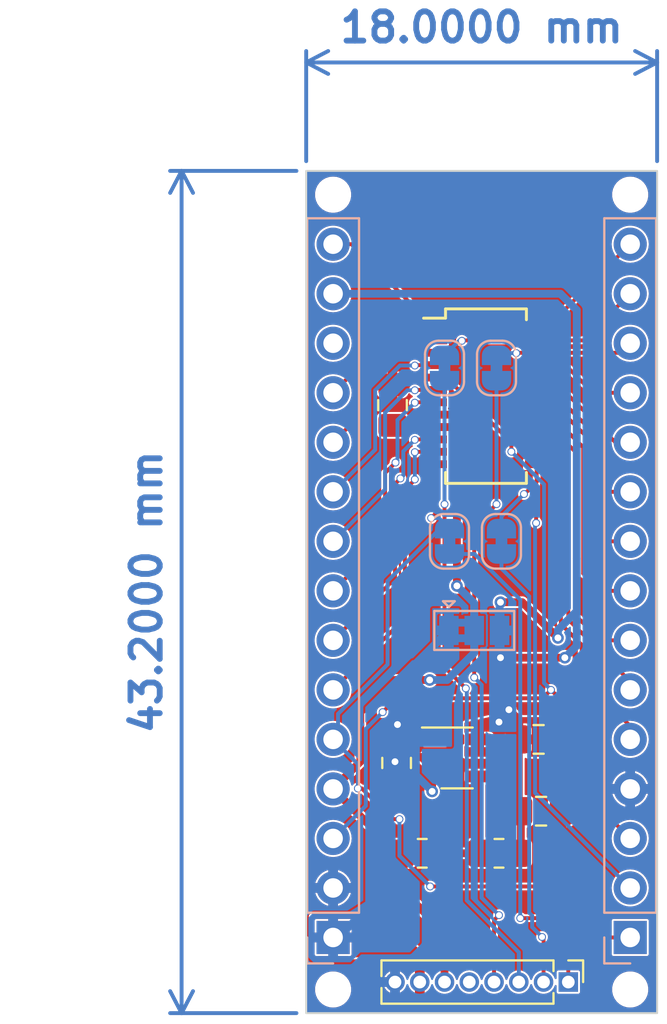
<source format=kicad_pcb>
(kicad_pcb (version 20221018) (generator pcbnew)
  (layers (0 "F.Cu" signal) (31 "B.Cu" signal) (34 "B.Paste" user) (35 "F.Paste" user) (36 "B.SilkS" user "B.Silkscreen") (37 "F.SilkS" user "F.Silkscreen") (38 "B.Mask" user) (39 "F.Mask" user) (44 "Edge.Cuts" user))
  (net 0 "")
  (net 1 "/MCU_V_{IN}")
  (net 2 "GND")
  (net 3 "/V_{IN}")
  (net 4 "Net-(U301-ADJ)")
  (net 5 "/CMS32L032GE24SS/MCU_PIN_1")
  (net 6 "/CMS32L032GE24SS/MCU_PIN_2")
  (net 7 "/CMS32L032GE24SS/MCU_PIN_3")
  (net 8 "/CMS32L032GE24SS/MCU_PIN_4")
  (net 9 "/CMS32L032GE24SS/MCU_PIN_6")
  (net 10 "/CMS32L032GE24SS/MCU_PIN_7")
  (net 11 "/CMS32L032GE24SS/MCU_PIN_10")
  (net 12 "/CMS32L032GE24SS/MCU_PIN_11")
  (net 13 "/CMS32L032GE24SS/MCU_PIN_14")
  (net 14 "/CMS32L032GE24SS/MCU_PIN_15")
  (net 15 "/CMS32L032GE24SS/MCU_PIN_16")
  (net 16 "/CMS32L032GE24SS/MCU_PIN_17")
  (net 17 "/CMS32L032GE24SS/MCU_PIN_18")
  (net 18 "/CMS32L032GE24SS/MCU_PIN_19")
  (net 19 "/CMS32L032GE24SS/MCU_PIN_20")
  (net 20 "/CMS32L032GE24SS/MCU_PIN_21")
  (net 21 "/CMS32L032GE24SS/MCU_PIN_22")
  (net 22 "/CMS32L032GE24SS/MCU_PIN_23")
  (net 23 "/CMS32L032GE24SS/MCU_PIN_24")
  (net 24 "/Regulator_V_{OUT}")
  (net 25 "/MCU_SWDCLK")
  (net 26 "/MCU_SWDIO")
  (net 27 "/UART_TX")
  (net 28 "/UART_RX")
  (net 29 "/MCU_SWO")
  (net 30 "/CMS32L032GE24SS/MCU_PIN_RESET")
  (net 31 "/CMS32L032GE24SS/MCU_PIN_13_UART_RX")
  (net 32 "/CMS32L032GE24SS/MCU_PIN_12_UART_TX")
  (footprint "Connector_PinHeader_1.27mm:PinHeader_1x08_P1.27mm_Vertical" (layer "F.Cu") (at 103.759 90.297 -90)
    (fp_text reference "J105" hide)
    (fp_text value "Connection to DAPLink Board" hide)
    (pad "1" thru_hole rect (at 0 0 270) (size 1 1) (drill 0.65) (layers "*.Cu" "*.Mask") (net 27 "/UART_TX"))
    (pad "2" thru_hole oval (at 0 1.27 270) (size 1 1) (drill 0.65) (layers "*.Cu" "*.Mask") (net 28 "/UART_RX"))
    (pad "3" thru_hole oval (at 0 2.54 270) (size 1 1) (drill 0.65) (layers "*.Cu" "*.Mask") (net 25 "/MCU_SWDCLK"))
    (pad "4" thru_hole oval (at 0 3.81 270) (size 1 1) (drill 0.65) (layers "*.Cu" "*.Mask") (net 26 "/MCU_SWDIO"))
    (pad "5" thru_hole oval (at 0 5.08 270) (size 1 1) (drill 0.65) (layers "*.Cu" "*.Mask") (net 29 "/MCU_SWO"))
    (pad "6" thru_hole oval (at 0 6.35 270) (size 1 1) (drill 0.65) (layers "*.Cu" "*.Mask") (net 1 "/MCU_V_{IN}"))
    (pad "7" thru_hole oval (at 0 7.62 270) (size 1 1) (drill 0.65) (layers "*.Cu" "*.Mask") (net 3 "/V_{IN}"))
    (pad "8" thru_hole oval (at 0 8.89 270) (size 1 1) (drill 0.65) (layers "*.Cu" "*.Mask") (net 2 "GND"))
  )
  (footprint "Capacitor_SMD:C_0805_2012Metric_Pad1.18x1.45mm_HandSolder" (layer "F.Cu") (at 102.362 81.534)
    (fp_text reference "C303" hide)
    (fp_text value "390pF" hide)
    (pad "1" smd roundrect (at -1.0375 0) (size 1.175 1.45) (layers "F.Cu" "F.Paste" "F.Mask") (roundrect_rratio 0.2127659574) (net 24 "/Regulator_V_{OUT}"))
    (pad "2" smd roundrect (at 1.0375 0) (size 1.175 1.45) (layers "F.Cu" "F.Paste" "F.Mask") (roundrect_rratio 0.2127659574) (net 2 "GND"))
  )
  (footprint "IotPi_ArduinoNanoMountingHoles:ArduinoNano_MountingHole" (layer "F.Cu") (at 106.934 49.911)
    (fp_text reference "H102" hide)
    (fp_text value "MountingHole" hide)
    (pad "" np_thru_hole circle locked (at 0 0) (size 1.651 1.651) (drill 1.651) (layers "F&B.Cu" "*.Mask"))
  )
  (footprint "Resistor_SMD:R_0805_2012Metric_Pad1.20x1.40mm_HandSolder" (layer "F.Cu") (at 100.203 83.693)
    (fp_text reference "R301" hide)
    (fp_text value "56K2" hide)
    (pad "1" smd roundrect (at -1 0) (size 1.2 1.4) (layers "F.Cu" "F.Paste" "F.Mask") (roundrect_rratio 0.2083333333) (net 4 "Net-(U301-ADJ)"))
    (pad "2" smd roundrect (at 1 0) (size 1.2 1.4) (layers "F.Cu" "F.Paste" "F.Mask") (roundrect_rratio 0.2083333333) (net 24 "/Regulator_V_{OUT}"))
  )
  (footprint "Resistor_SMD:R_0805_2012Metric_Pad1.20x1.40mm_HandSolder" (layer "F.Cu") (at 96.266 83.693 180)
    (fp_text reference "R302" hide)
    (fp_text value "18K" hide)
    (pad "1" smd roundrect (at -1 0 180) (size 1.2 1.4) (layers "F.Cu" "F.Paste" "F.Mask") (roundrect_rratio 0.2083333333) (net 4 "Net-(U301-ADJ)"))
    (pad "2" smd roundrect (at 1 0 180) (size 1.2 1.4) (layers "F.Cu" "F.Paste" "F.Mask") (roundrect_rratio 0.2083333333) (net 2 "GND"))
  )
  (footprint "Package_SO:SSOP-24_3.9x8.7mm_P0.635mm" (layer "F.Cu") (at 99.535 60.2435)
    (fp_text reference "U101" hide)
    (fp_text value "CMS32L032GE24SS" hide)
    (pad "1" smd rect (at -2.6 -3.4925) (size 1.2 0.4) (layers "F.Cu" "F.Paste" "F.Mask") (net 5 "/CMS32L032GE24SS/MCU_PIN_1"))
    (pad "2" smd rect (at -2.6 -2.8575) (size 1.2 0.4) (layers "F.Cu" "F.Paste" "F.Mask") (net 6 "/CMS32L032GE24SS/MCU_PIN_2"))
    (pad "3" smd rect (at -2.6 -2.2225) (size 1.2 0.4) (layers "F.Cu" "F.Paste" "F.Mask") (net 7 "/CMS32L032GE24SS/MCU_PIN_3"))
    (pad "4" smd rect (at -2.6 -1.5875) (size 1.2 0.4) (layers "F.Cu" "F.Paste" "F.Mask") (net 8 "/CMS32L032GE24SS/MCU_PIN_4"))
    (pad "5" smd rect (at -2.6 -0.9525) (size 1.2 0.4) (layers "F.Cu" "F.Paste" "F.Mask") (net 30 "/CMS32L032GE24SS/MCU_PIN_RESET"))
    (pad "6" smd rect (at -2.6 -0.3175) (size 1.2 0.4) (layers "F.Cu" "F.Paste" "F.Mask") (net 9 "/CMS32L032GE24SS/MCU_PIN_6"))
    (pad "7" smd rect (at -2.6 0.3175) (size 1.2 0.4) (layers "F.Cu" "F.Paste" "F.Mask") (net 10 "/CMS32L032GE24SS/MCU_PIN_7"))
    (pad "8" smd rect (at -2.6 0.9525) (size 1.2 0.4) (layers "F.Cu" "F.Paste" "F.Mask") (net 2 "GND"))
    (pad "9" smd rect (at -2.6 1.5875) (size 1.2 0.4) (layers "F.Cu" "F.Paste" "F.Mask") (net 1 "/MCU_V_{IN}"))
    (pad "10" smd rect (at -2.6 2.2225) (size 1.2 0.4) (layers "F.Cu" "F.Paste" "F.Mask") (net 11 "/CMS32L032GE24SS/MCU_PIN_10"))
    (pad "11" smd rect (at -2.6 2.8575) (size 1.2 0.4) (layers "F.Cu" "F.Paste" "F.Mask") (net 12 "/CMS32L032GE24SS/MCU_PIN_11"))
    (pad "12" smd rect (at -2.6 3.4925) (size 1.2 0.4) (layers "F.Cu" "F.Paste" "F.Mask") (net 32 "/CMS32L032GE24SS/MCU_PIN_12_UART_TX"))
    (pad "13" smd rect (at 2.6 3.4925) (size 1.2 0.4) (layers "F.Cu" "F.Paste" "F.Mask") (net 31 "/CMS32L032GE24SS/MCU_PIN_13_UART_RX"))
    (pad "14" smd rect (at 2.6 2.8575) (size 1.2 0.4) (layers "F.Cu" "F.Paste" "F.Mask") (net 13 "/CMS32L032GE24SS/MCU_PIN_14"))
    (pad "15" smd rect (at 2.6 2.2225) (size 1.2 0.4) (layers "F.Cu" "F.Paste" "F.Mask") (net 14 "/CMS32L032GE24SS/MCU_PIN_15"))
    (pad "16" smd rect (at 2.6 1.5875) (size 1.2 0.4) (layers "F.Cu" "F.Paste" "F.Mask") (net 15 "/CMS32L032GE24SS/MCU_PIN_16"))
    (pad "17" smd rect (at 2.6 0.9525) (size 1.2 0.4) (layers "F.Cu" "F.Paste" "F.Mask") (net 16 "/CMS32L032GE24SS/MCU_PIN_17"))
    (pad "18" smd rect (at 2.6 0.3175) (size 1.2 0.4) (layers "F.Cu" "F.Paste" "F.Mask") (net 17 "/CMS32L032GE24SS/MCU_PIN_18"))
    (pad "19" smd rect (at 2.6 -0.3175) (size 1.2 0.4) (layers "F.Cu" "F.Paste" "F.Mask") (net 18 "/CMS32L032GE24SS/MCU_PIN_19"))
    (pad "20" smd rect (at 2.6 -0.9525) (size 1.2 0.4) (layers "F.Cu" "F.Paste" "F.Mask") (net 19 "/CMS32L032GE24SS/MCU_PIN_20"))
    (pad "21" smd rect (at 2.6 -1.5875) (size 1.2 0.4) (layers "F.Cu" "F.Paste" "F.Mask") (net 20 "/CMS32L032GE24SS/MCU_PIN_21"))
    (pad "22" smd rect (at 2.6 -2.2225) (size 1.2 0.4) (layers "F.Cu" "F.Paste" "F.Mask") (net 21 "/CMS32L032GE24SS/MCU_PIN_22"))
    (pad "23" smd rect (at 2.6 -2.8575) (size 1.2 0.4) (layers "F.Cu" "F.Paste" "F.Mask") (net 22 "/CMS32L032GE24SS/MCU_PIN_23"))
    (pad "24" smd rect (at 2.6 -3.4925) (size 1.2 0.4) (layers "F.Cu" "F.Paste" "F.Mask") (net 23 "/CMS32L032GE24SS/MCU_PIN_24"))
  )
  (footprint "Capacitor_SMD:C_0805_2012Metric_Pad1.18x1.45mm_HandSolder" (layer "F.Cu") (at 94.742 60.706 90)
    (fp_text reference "C101" hide)
    (fp_text value "0.1uF" hide)
    (pad "1" smd roundrect (at -1.0375 0 90) (size 1.175 1.45) (layers "F.Cu" "F.Paste" "F.Mask") (roundrect_rratio 0.2127659574) (net 1 "/MCU_V_{IN}"))
    (pad "2" smd roundrect (at 1.0375 0 90) (size 1.175 1.45) (layers "F.Cu" "F.Paste" "F.Mask") (roundrect_rratio 0.2127659574) (net 2 "GND"))
  )
  (footprint "IotPi_ArduinoNanoMountingHoles:ArduinoNano_MountingHole" (layer "F.Cu") (at 91.694 49.911)
    (fp_text reference "H101" hide)
    (fp_text value "MountingHole" hide)
    (pad "" np_thru_hole circle locked (at 0 0) (size 1.651 1.651) (drill 1.651) (layers "F&B.Cu" "*.Mask"))
  )
  (footprint "IotPi_ArduinoNanoMountingHoles:ArduinoNano_MountingHole" (layer "F.Cu") (at 91.694 90.678)
    (fp_text reference "H103" hide)
    (fp_text value "MountingHole" hide)
    (pad "" np_thru_hole circle locked (at 0 0) (size 1.651 1.651) (drill 1.651) (layers "F&B.Cu" "*.Mask"))
  )
  (footprint "IotPi_ArduinoNanoMountingHoles:ArduinoNano_MountingHole" (layer "F.Cu") (at 106.934 90.678)
    (fp_text reference "H104" hide)
    (fp_text value "MountingHole" hide)
    (pad "" np_thru_hole circle locked (at 0 0) (size 1.651 1.651) (drill 1.651) (layers "F&B.Cu" "*.Mask"))
  )
  (footprint "Package_TO_SOT_SMD:SOT-23-5" (layer "F.Cu") (at 98.0535 78.802)
    (fp_text reference "U301" hide)
    (fp_text value "AP2127K-ADJ" hide)
    (pad "1" smd roundrect (at -1.1375 -0.95) (size 1.325 0.6) (layers "F.Cu" "F.Paste" "F.Mask") (net 3 "/V_{IN}"))
    (pad "2" smd roundrect (at -1.1375 0) (size 1.325 0.6) (layers "F.Cu" "F.Paste" "F.Mask") (net 2 "GND"))
    (pad "3" smd roundrect (at -1.1375 0.95) (size 1.325 0.6) (layers "F.Cu" "F.Paste" "F.Mask") (net 3 "/V_{IN}"))
    (pad "4" smd roundrect (at 1.1375 0.95) (size 1.325 0.6) (layers "F.Cu" "F.Paste" "F.Mask") (net 4 "Net-(U301-ADJ)"))
    (pad "5" smd roundrect (at 1.1375 -0.95) (size 1.325 0.6) (layers "F.Cu" "F.Paste" "F.Mask") (net 24 "/Regulator_V_{OUT}"))
  )
  (footprint "Capacitor_SMD:C_0805_2012Metric_Pad1.18x1.45mm_HandSolder" (layer "F.Cu") (at 94.951 79.059 -90)
    (fp_text reference "C301" hide)
    (fp_text value "1uF" hide)
    (pad "1" smd roundrect (at -1.0375 0 270) (size 1.175 1.45) (layers "F.Cu" "F.Paste" "F.Mask") (roundrect_rratio 0.2127659574) (net 3 "/V_{IN}"))
    (pad "2" smd roundrect (at 1.0375 0 270) (size 1.175 1.45) (layers "F.Cu" "F.Paste" "F.Mask") (roundrect_rratio 0.2127659574) (net 2 "GND"))
  )
  (footprint "Capacitor_SMD:C_0805_2012Metric_Pad1.18x1.45mm_HandSolder" (layer "F.Cu") (at 102.235 77.851)
    (fp_text reference "C302" hide)
    (fp_text value "1uF X5R or X7R MLCC" hide)
    (pad "1" smd roundrect (at -1.0375 0) (size 1.175 1.45) (layers "F.Cu" "F.Paste" "F.Mask") (roundrect_rratio 0.2127659574) (net 24 "/Regulator_V_{OUT}"))
    (pad "2" smd roundrect (at 1.0375 0) (size 1.175 1.45) (layers "F.Cu" "F.Paste" "F.Mask") (roundrect_rratio 0.2127659574) (net 2 "GND"))
  )
  (footprint "Jumper:SolderJumper-2_P1.3mm_Bridged_RoundedPad1.0x1.5mm" (layer "B.Cu") (at 100.33 67.691 -90)
    (fp_text reference "JP205" hide)
    (fp_text value "MCU UART RX Jumper" hide)
    (fp_poly (pts (xy 0.25 0.3) (xy -0.25 0.3) (xy -0.25 -0.3) (xy 0.25 -0.3)) (fill solid) (layer "B.Cu"))
    (pad "1" smd custom (at -0.65 0 270) (size 1 0.5) (layers "B.Cu" "B.Mask") (net 31 "/CMS32L032GE24SS/MCU_PIN_13_UART_RX") (options (clearance outline) (anchor rect)) (primitives (gr_circle (center 0 -0.25) (end 0.5 -0.25) (width 0) (fill yes)) (gr_circle (center 0 0.25) (end 0.5 0.25) (width 0) (fill yes)) (gr_poly (pts (xy 0.5 -0.75) (xy 0 -0.75) (xy 0 0.75) (xy 0.5 0.75)) (width 0) (fill yes))))
    (pad "2" smd custom (at 0.65 0 270) (size 1 0.5) (layers "B.Cu" "B.Mask") (net 28 "/UART_RX") (options (clearance outline) (anchor rect)) (primitives (gr_circle (center 0 -0.25) (end 0.5 -0.25) (width 0) (fill yes)) (gr_circle (center 0 0.25) (end 0.5 0.25) (width 0) (fill yes)) (gr_poly (pts (xy 0 -0.75) (xy -0.5 -0.75) (xy -0.5 0.75) (xy 0 0.75)) (width 0) (fill yes))))
  )
  (footprint "Connector_PinHeader_2.54mm:PinHeader_1x15_P2.54mm_Vertical" (layer "B.Cu") (at 106.934 88.011)
    (fp_text reference "J101" hide)
    (fp_text value "MCU Right Side" hide)
    (pad "1" thru_hole rect locked (at 0 0) (size 1.7 1.7) (drill 1) (layers "*.Cu" "*.Mask") (net 32 "/CMS32L032GE24SS/MCU_PIN_12_UART_TX"))
    (pad "2" thru_hole oval locked (at 0 -2.54) (size 1.7 1.7) (drill 1) (layers "*.Cu" "*.Mask") (net 31 "/CMS32L032GE24SS/MCU_PIN_13_UART_RX"))
    (pad "3" thru_hole oval locked (at 0 -5.08) (size 1.7 1.7) (drill 1) (layers "*.Cu" "*.Mask") (net 30 "/CMS32L032GE24SS/MCU_PIN_RESET"))
    (pad "4" thru_hole oval locked (at 0 -7.62) (size 1.7 1.7) (drill 1) (layers "*.Cu" "*.Mask") (net 2 "GND"))
    (pad "5" thru_hole oval locked (at 0 -10.16) (size 1.7 1.7) (drill 1) (layers "*.Cu" "*.Mask") (net 13 "/CMS32L032GE24SS/MCU_PIN_14"))
    (pad "6" thru_hole oval locked (at 0 -12.7) (size 1.7 1.7) (drill 1) (layers "*.Cu" "*.Mask") (net 14 "/CMS32L032GE24SS/MCU_PIN_15"))
    (pad "7" thru_hole oval locked (at 0 -15.24) (size 1.7 1.7) (drill 1) (layers "*.Cu" "*.Mask") (net 15 "/CMS32L032GE24SS/MCU_PIN_16"))
    (pad "8" thru_hole oval locked (at 0 -17.78) (size 1.7 1.7) (drill 1) (layers "*.Cu" "*.Mask") (net 16 "/CMS32L032GE24SS/MCU_PIN_17"))
    (pad "9" thru_hole oval locked (at 0 -20.32) (size 1.7 1.7) (drill 1) (layers "*.Cu" "*.Mask") (net 17 "/CMS32L032GE24SS/MCU_PIN_18"))
    (pad "10" thru_hole oval locked (at 0 -22.86) (size 1.7 1.7) (drill 1) (layers "*.Cu" "*.Mask") (net 18 "/CMS32L032GE24SS/MCU_PIN_19"))
    (pad "11" thru_hole oval locked (at 0 -25.4) (size 1.7 1.7) (drill 1) (layers "*.Cu" "*.Mask") (net 19 "/CMS32L032GE24SS/MCU_PIN_20"))
    (pad "12" thru_hole oval locked (at 0 -27.94) (size 1.7 1.7) (drill 1) (layers "*.Cu" "*.Mask") (net 20 "/CMS32L032GE24SS/MCU_PIN_21"))
    (pad "13" thru_hole oval locked (at 0 -30.48) (size 1.7 1.7) (drill 1) (layers "*.Cu" "*.Mask") (net 21 "/CMS32L032GE24SS/MCU_PIN_22"))
    (pad "14" thru_hole oval locked (at 0 -33.02) (size 1.7 1.7) (drill 1) (layers "*.Cu" "*.Mask") (net 22 "/CMS32L032GE24SS/MCU_PIN_23"))
    (pad "15" thru_hole oval locked (at 0 -35.56) (size 1.7 1.7) (drill 1) (layers "*.Cu" "*.Mask") (net 23 "/CMS32L032GE24SS/MCU_PIN_24"))
  )
  (footprint "Jumper:SolderJumper-2_P1.3mm_Bridged_RoundedPad1.0x1.5mm" (layer "B.Cu") (at 100.076 58.801 -90)
    (fp_text reference "JP202" hide)
    (fp_text value "SWDIO Jumper" hide)
    (fp_poly (pts (xy 0.25 0.3) (xy -0.25 0.3) (xy -0.25 -0.3) (xy 0.25 -0.3)) (fill solid) (layer "B.Cu"))
    (pad "1" smd custom (at -0.65 0 270) (size 1 0.5) (layers "B.Cu" "B.Mask") (net 21 "/CMS32L032GE24SS/MCU_PIN_22") (options (clearance outline) (anchor rect)) (primitives (gr_circle (center 0 -0.25) (end 0.5 -0.25) (width 0) (fill yes)) (gr_circle (center 0 0.25) (end 0.5 0.25) (width 0) (fill yes)) (gr_poly (pts (xy 0.5 -0.75) (xy 0 -0.75) (xy 0 0.75) (xy 0.5 0.75)) (width 0) (fill yes))))
    (pad "2" smd custom (at 0.65 0 270) (size 1 0.5) (layers "B.Cu" "B.Mask") (net 26 "/MCU_SWDIO") (options (clearance outline) (anchor rect)) (primitives (gr_circle (center 0 -0.25) (end 0.5 -0.25) (width 0) (fill yes)) (gr_circle (center 0 0.25) (end 0.5 0.25) (width 0) (fill yes)) (gr_poly (pts (xy 0 -0.75) (xy -0.5 -0.75) (xy -0.5 0.75) (xy 0 0.75)) (width 0) (fill yes))))
  )
  (footprint "Connector_PinHeader_2.54mm:PinHeader_1x15_P2.54mm_Vertical" (layer "B.Cu") (at 91.694 88.011)
    (fp_text reference "J102" hide)
    (fp_text value "MCU Left Side" hide)
    (pad "1" thru_hole rect locked (at 0 0) (size 1.7 1.7) (drill 1) (layers "*.Cu" "*.Mask") (net 3 "/V_{IN}"))
    (pad "2" thru_hole oval locked (at 0 -2.54) (size 1.7 1.7) (drill 1) (layers "*.Cu" "*.Mask") (net 2 "GND"))
    (pad "3" thru_hole oval locked (at 0 -5.08) (size 1.7 1.7) (drill 1) (layers "*.Cu" "*.Mask") (net 30 "/CMS32L032GE24SS/MCU_PIN_RESET"))
    (pad "4" thru_hole oval locked (at 0 -7.62) (size 1.7 1.7) (drill 1) (layers "*.Cu" "*.Mask") (net 1 "/MCU_V_{IN}"))
    (pad "5" thru_hole oval locked (at 0 -10.16) (size 1.7 1.7) (drill 1) (layers "*.Cu" "*.Mask") (net 32 "/CMS32L032GE24SS/MCU_PIN_12_UART_TX"))
    (pad "6" thru_hole oval locked (at 0 -12.7) (size 1.7 1.7) (drill 1) (layers "*.Cu" "*.Mask") (net 12 "/CMS32L032GE24SS/MCU_PIN_11"))
    (pad "7" thru_hole oval locked (at 0 -15.24) (size 1.7 1.7) (drill 1) (layers "*.Cu" "*.Mask") (net 11 "/CMS32L032GE24SS/MCU_PIN_10"))
    (pad "8" thru_hole oval locked (at 0 -17.78) (size 1.7 1.7) (drill 1) (layers "*.Cu" "*.Mask") (net 10 "/CMS32L032GE24SS/MCU_PIN_7"))
    (pad "9" thru_hole oval locked (at 0 -20.32) (size 1.7 1.7) (drill 1) (layers "*.Cu" "*.Mask") (net 9 "/CMS32L032GE24SS/MCU_PIN_6"))
    (pad "10" thru_hole oval locked (at 0 -22.86) (size 1.7 1.7) (drill 1) (layers "*.Cu" "*.Mask") (net 8 "/CMS32L032GE24SS/MCU_PIN_4"))
    (pad "11" thru_hole oval locked (at 0 -25.4) (size 1.7 1.7) (drill 1) (layers "*.Cu" "*.Mask") (net 7 "/CMS32L032GE24SS/MCU_PIN_3"))
    (pad "12" thru_hole oval locked (at 0 -27.94) (size 1.7 1.7) (drill 1) (layers "*.Cu" "*.Mask") (net 6 "/CMS32L032GE24SS/MCU_PIN_2"))
    (pad "13" thru_hole oval locked (at 0 -30.48) (size 1.7 1.7) (drill 1) (layers "*.Cu" "*.Mask"))
    (pad "14" thru_hole oval locked (at 0 -33.02) (size 1.7 1.7) (drill 1) (layers "*.Cu" "*.Mask") (net 24 "/Regulator_V_{OUT}"))
    (pad "15" thru_hole oval locked (at 0 -35.56) (size 1.7 1.7) (drill 1) (layers "*.Cu" "*.Mask") (net 5 "/CMS32L032GE24SS/MCU_PIN_1"))
  )
  (footprint "Jumper:SolderJumper-2_P1.3mm_Bridged_RoundedPad1.0x1.5mm" (layer "B.Cu") (at 97.663 67.691 -90)
    (fp_text reference "JP204" hide)
    (fp_text value "MCU UART TX Jumper" hide)
    (fp_poly (pts (xy 0.25 0.3) (xy -0.25 0.3) (xy -0.25 -0.3) (xy 0.25 -0.3)) (fill solid) (layer "B.Cu"))
    (pad "1" smd custom (at -0.65 0 270) (size 1 0.5) (layers "B.Cu" "B.Mask") (net 32 "/CMS32L032GE24SS/MCU_PIN_12_UART_TX") (options (clearance outline) (anchor rect)) (primitives (gr_circle (center 0 -0.25) (end 0.5 -0.25) (width 0) (fill yes)) (gr_circle (center 0 0.25) (end 0.5 0.25) (width 0) (fill yes)) (gr_poly (pts (xy 0.5 -0.75) (xy 0 -0.75) (xy 0 0.75) (xy 0.5 0.75)) (width 0) (fill yes))))
    (pad "2" smd custom (at 0.65 0 270) (size 1 0.5) (layers "B.Cu" "B.Mask") (net 27 "/UART_TX") (options (clearance outline) (anchor rect)) (primitives (gr_circle (center 0 -0.25) (end 0.5 -0.25) (width 0) (fill yes)) (gr_circle (center 0 0.25) (end 0.5 0.25) (width 0) (fill yes)) (gr_poly (pts (xy 0 -0.75) (xy -0.5 -0.75) (xy -0.5 0.75) (xy 0 0.75)) (width 0) (fill yes))))
  )
  (footprint "Jumper:SolderJumper-3_P1.3mm_Bridged2Bar12_Pad1.0x1.5mm" (layer "B.Cu") (at 98.933 72.263)
    (fp_text reference "JP101" hide)
    (fp_text value "V_{IN} Jumper" hide)
    (fp_poly (pts (xy -0.9 -0.2) (xy -0.4 -0.2) (xy -0.4 -0.6) (xy -0.9 -0.6)) (fill solid) (layer "B.Cu"))
    (fp_poly (pts (xy -0.9 0.6) (xy -0.4 0.6) (xy -0.4 0.2) (xy -0.9 0.2)) (fill solid) (layer "B.Cu"))
    (pad "1" smd rect (at -1.3 0) (size 1 1.5) (layers "B.Cu" "B.Mask") (net 3 "/V_{IN}"))
    (pad "2" smd rect (at 0 0) (size 1 1.5) (layers "B.Cu" "B.Mask") (net 1 "/MCU_V_{IN}"))
    (pad "3" smd rect (at 1.3 0) (size 1 1.5) (layers "B.Cu" "B.Mask") (net 24 "/Regulator_V_{OUT}"))
  )
  (footprint "Jumper:SolderJumper-2_P1.3mm_Bridged_RoundedPad1.0x1.5mm" (layer "B.Cu") (at 97.409 58.801 -90)
    (fp_text reference "JP201" hide)
    (fp_text value "SWDCLK Jumper" hide)
    (fp_poly (pts (xy 0.25 0.3) (xy -0.25 0.3) (xy -0.25 -0.3) (xy 0.25 -0.3)) (fill solid) (layer "B.Cu"))
    (pad "1" smd custom (at -0.65 0 270) (size 1 0.5) (layers "B.Cu" "B.Mask") (net 22 "/CMS32L032GE24SS/MCU_PIN_23") (options (clearance outline) (anchor rect)) (primitives (gr_circle (center 0 -0.25) (end 0.5 -0.25) (width 0) (fill yes)) (gr_circle (center 0 0.25) (end 0.5 0.25) (width 0) (fill yes)) (gr_poly (pts (xy 0.5 -0.75) (xy 0 -0.75) (xy 0 0.75) (xy 0.5 0.75)) (width 0) (fill yes))))
    (pad "2" smd custom (at 0.65 0 270) (size 1 0.5) (layers "B.Cu" "B.Mask") (net 25 "/MCU_SWDCLK") (options (clearance outline) (anchor rect)) (primitives (gr_circle (center 0 -0.25) (end 0.5 -0.25) (width 0) (fill yes)) (gr_circle (center 0 0.25) (end 0.5 0.25) (width 0) (fill yes)) (gr_poly (pts (xy 0 -0.75) (xy -0.5 -0.75) (xy -0.5 0.75) (xy 0 0.75)) (width 0) (fill yes))))
  )
  (gr_rect locked (start 90.314 48.691) (end 108.314 91.891) (stroke (width 0.1)) (fill none) (layer "Edge.Cuts"))
  (dimension (type aligned) (layer "B.Cu") (pts (xy 90.314 91.891) (xy 90.314 48.691)) (height -6.3924) (gr_text "43.2000 mm" (at 82.1216 70.291 90) (layer "B.Cu") (effects (font (size 1.5 1.5) (thickness 0.3)))) (format (prefix "") (suffix "") (units 3) (units_format 1) (precision 4)) (style (thickness 0.2) (arrow_length 1.27) (text_position_mode 0) (extension_height 0.58642) (extension_offset 0.5) keep_text_aligned))
  (dimension (type aligned) (layer "B.Cu") (pts (xy 90.314 48.691) (xy 108.314 48.691)) (height -5.5618) (gr_text "18.0000 mm" (at 99.314 41.3292) (layer "B.Cu") (effects (font (size 1.5 1.5) (thickness 0.3)))) (format (prefix "") (suffix "") (units 3) (units_format 1) (precision 4)) (style (thickness 0.2) (arrow_length 1.27) (text_position_mode 0) (extension_height 0.58642) (extension_offset 0.5) keep_text_aligned))
  (segment (start 94.8295 61.831) (end 94.742 61.7435) (width 0.4) (layer "F.Cu") (net 1))
  (segment (start 96.935 61.831) (end 94.8295 61.831) (width 0.4) (layer "F.Cu") (net 1))
  (segment (start 91.694 80.391) (end 93.853 82.55) (width 0.4) (layer "F.Cu") (net 1))
  (segment (start 98.044 62.067) (end 97.808 61.831) (width 0.4) (layer "F.Cu") (net 1))
  (segment (start 98.044 69.977) (end 98.044 62.067) (width 0.4) (layer "F.Cu") (net 1))
  (segment (start 93.091 78.994) (end 91.694 80.391) (width 0.4) (layer "F.Cu") (net 1))
  (segment (start 96.647 74.803) (end 94.742 74.803) (width 0.4) (layer "F.Cu") (net 1))
  (segment (start 97.409 87.757) (end 97.409 90.297) (width 0.4) (layer "F.Cu") (net 1))
  (segment (start 93.091 76.454) (end 93.091 78.994) (width 0.4) (layer "F.Cu") (net 1))
  (segment (start 97.808 61.831) (end 96.935 61.831) (width 0.4) (layer "F.Cu") (net 1))
  (segment (start 93.853 82.55) (end 93.853 84.201) (width 0.4) (layer "F.Cu") (net 1))
  (segment (start 93.853 84.201) (end 97.409 87.757) (width 0.4) (layer "F.Cu") (net 1))
  (segment (start 94.742 74.803) (end 93.091 76.454) (width 0.4) (layer "F.Cu") (net 1))
  (via (at 98.044 69.977) (size 0.6) (drill 0.35) (layers "F.Cu" "B.Cu") (net 1))
  (via (at 96.647 74.803) (size 0.6) (drill 0.35) (layers "F.Cu" "B.Cu") (net 1))
  (segment (start 98.933 70.866) (end 98.933 72.263) (width 0.4) (layer "B.Cu") (net 1))
  (segment (start 98.933 72.263) (end 98.933 73.413) (width 0.4) (layer "B.Cu") (net 1))
  (segment (start 97.543 74.803) (end 96.647 74.803) (width 0.4) (layer "B.Cu") (net 1))
  (segment (start 98.933 73.413) (end 97.543 74.803) (width 0.4) (layer "B.Cu") (net 1))
  (segment (start 98.044 69.977) (end 98.933 70.866) (width 0.4) (layer "B.Cu") (net 1))
  (segment (start 96.916 79.752) (end 96.516 79.752) (width 0.4) (layer "F.Cu") (net 3))
  (segment (start 95.1205 77.852) (end 94.951 78.0215) (width 0.4) (layer "F.Cu") (net 3))
  (segment (start 96.774 79.894) (end 96.916 79.752) (width 0.4) (layer "F.Cu") (net 3))
  (segment (start 91.694 88.011) (end 95.123 88.011) (width 0.4) (layer "F.Cu") (net 3))
  (segment (start 94.951 78.187) (end 94.951 78.0215) (width 0.4) (layer "F.Cu") (net 3))
  (segment (start 96.774 80.518) (end 96.774 79.894) (width 0.4) (layer "F.Cu") (net 3))
  (segment (start 96.916 77.852) (end 95.1205 77.852) (width 0.4) (layer "F.Cu") (net 3))
  (segment (start 94.951 78.0215) (end 94.951 78.912) (width 0.4) (layer "F.Cu") (net 3))
  (segment (start 95.123 88.011) (end 96.139 89.027) (width 0.4) (layer "F.Cu") (net 3))
  (segment (start 96.516 79.752) (end 94.951 78.187) (width 0.4) (layer "F.Cu") (net 3))
  (segment (start 94.951 77.134) (end 94.996 77.089) (width 0.4) (layer "F.Cu") (net 3))
  (segment (start 94.951 78.912) (end 94.869 78.994) (width 0.4) (layer "F.Cu") (net 3))
  (segment (start 96.139 89.027) (end 96.139 90.297) (width 0.4) (layer "F.Cu") (net 3))
  (segment (start 94.951 78.0215) (end 94.951 77.134) (width 0.4) (layer "F.Cu") (net 3))
  (via (at 94.869 78.994) (size 0.6) (drill 0.35) (layers "F.Cu" "B.Cu") (net 3))
  (via (at 94.996 77.089) (size 0.6) (drill 0.35) (layers "F.Cu" "B.Cu") (net 3))
  (via (at 96.774 80.518) (size 0.6) (drill 0.35) (layers "F.Cu" "B.Cu") (net 3))
  (segment (start 91.694 88.011) (end 91.948 88.011) (width 0.4) (layer "B.Cu") (net 3))
  (segment (start 94.869 78.994) (end 95.25 78.994) (width 0.4) (layer "B.Cu") (net 3))
  (segment (start 94.996 74.9) (end 97.633 72.263) (width 0.4) (layer "B.Cu") (net 3))
  (segment (start 94.996 77.089) (end 94.996 74.9) (width 0.4) (layer "B.Cu") (net 3))
  (segment (start 93.853 86.106) (end 93.853 79.121) (width 0.4) (layer "B.Cu") (net 3))
  (segment (start 94.869 78.994) (end 93.98 78.994) (width 0.4) (layer "B.Cu") (net 3))
  (segment (start 91.948 88.011) (end 93.853 86.106) (width 0.4) (layer "B.Cu") (net 3))
  (segment (start 95.25 78.994) (end 96.774 80.518) (width 0.4) (layer "B.Cu") (net 3))
  (segment (start 93.98 78.994) (end 93.853 79.121) (width 0.4) (layer "B.Cu") (net 3))
  (segment (start 99.203 83.693) (end 99.203 79.764) (width 0.4) (layer "F.Cu") (net 4))
  (segment (start 99.203 79.764) (end 99.191 79.752) (width 0.4) (layer "F.Cu") (net 4))
  (segment (start 99.203 83.693) (end 97.266 83.693) (width 0.4) (layer "F.Cu") (net 4))
  (segment (start 92.635 52.451) (end 91.694 52.451) (width 0.2) (layer "F.Cu") (net 5))
  (segment (start 96.935 56.751) (end 92.635 52.451) (width 0.2) (layer "F.Cu") (net 5))
  (segment (start 94.379 57.386) (end 91.694 60.071) (width 0.2) (layer "F.Cu") (net 6))
  (segment (start 96.935 57.386) (end 94.379 57.386) (width 0.2) (layer "F.Cu") (net 6))
  (segment (start 96.935 58.021) (end 94.940604 58.021) (width 0.2) (layer "F.Cu") (net 7))
  (segment (start 93.091 61.214) (end 91.694 62.611) (width 0.2) (layer "F.Cu") (net 7))
  (segment (start 94.940604 58.021) (end 93.091 59.870604) (width 0.2) (layer "F.Cu") (net 7))
  (segment (start 93.091 59.870604) (end 93.091 61.214) (width 0.2) (layer "F.Cu") (net 7))
  (segment (start 95.903 58.656) (end 95.885 58.674) (width 0.2) (layer "F.Cu") (net 8))
  (segment (start 96.935 58.656) (end 95.903 58.656) (width 0.2) (layer "F.Cu") (net 8))
  (via (at 95.885 58.674) (size 0.4) (drill 0.3) (layers "F.Cu" "B.Cu") (net 8))
  (segment (start 95.123 58.674) (end 93.853 59.944) (width 0.2) (layer "B.Cu") (net 8))
  (segment (start 93.853 62.992) (end 91.694 65.151) (width 0.2) (layer "B.Cu") (net 8))
  (segment (start 93.853 59.944) (end 93.853 62.992) (width 0.2) (layer "B.Cu") (net 8))
  (segment (start 95.885 58.674) (end 95.123 58.674) (width 0.2) (layer "B.Cu") (net 8))
  (segment (start 96.935 59.926) (end 95.903 59.926) (width 0.2) (layer "F.Cu") (net 9))
  (segment (start 95.903 59.926) (end 95.885 59.944) (width 0.2) (layer "F.Cu") (net 9))
  (via (at 95.885 59.944) (size 0.4) (drill 0.3) (layers "F.Cu" "B.Cu") (net 9))
  (segment (start 94.361 61.087) (end 94.361 65.024) (width 0.2) (layer "B.Cu") (net 9))
  (segment (start 95.504 59.944) (end 94.361 61.087) (width 0.2) (layer "B.Cu") (net 9))
  (segment (start 94.361 65.024) (end 91.694 67.691) (width 0.2) (layer "B.Cu") (net 9))
  (segment (start 95.885 59.944) (end 95.504 59.944) (width 0.2) (layer "B.Cu") (net 9))
  (segment (start 96.935 60.561) (end 95.903 60.561) (width 0.2) (layer "F.Cu") (net 10))
  (segment (start 94.361 67.564) (end 91.694 70.231) (width 0.2) (layer "F.Cu") (net 10))
  (segment (start 94.8944 63.6524) (end 94.361 64.1858) (width 0.2) (layer "F.Cu") (net 10))
  (segment (start 94.361 64.1858) (end 94.361 67.564) (width 0.2) (layer "F.Cu") (net 10))
  (segment (start 95.903 60.561) (end 95.885 60.579) (width 0.2) (layer "F.Cu") (net 10))
  (via (at 94.8944 63.6524) (size 0.4) (drill 0.3) (layers "F.Cu" "B.Cu") (net 10))
  (via (at 95.885 60.579) (size 0.4) (drill 0.3) (layers "F.Cu" "B.Cu") (net 10))
  (segment (start 94.996 61.468) (end 95.885 60.579) (width 0.2) (layer "B.Cu") (net 10))
  (segment (start 94.996 63.5508) (end 94.996 61.468) (width 0.2) (layer "B.Cu") (net 10))
  (segment (start 94.8944 63.6524) (end 94.996 63.5508) (width 0.2) (layer "B.Cu") (net 10))
  (segment (start 94.869 69.596) (end 91.694 72.771) (width 0.2) (layer "F.Cu") (net 11))
  (segment (start 96.935 62.466) (end 95.903 62.466) (width 0.2) (layer "F.Cu") (net 11))
  (segment (start 95.903 62.466) (end 95.885 62.484) (width 0.2) (layer "F.Cu") (net 11))
  (segment (start 95.1484 64.4652) (end 94.869 64.7446) (width 0.2) (layer "F.Cu") (net 11))
  (segment (start 94.869 64.7446) (end 94.869 69.596) (width 0.2) (layer "F.Cu") (net 11))
  (via (at 95.1484 64.4652) (size 0.4) (drill 0.3) (layers "F.Cu" "B.Cu") (net 11))
  (via (at 95.885 62.484) (size 0.4) (drill 0.3) (layers "F.Cu" "B.Cu") (net 11))
  (segment (start 95.296 64.3176) (end 95.296 63.073) (width 0.2) (layer "B.Cu") (net 11))
  (segment (start 95.1484 64.4652) (end 95.296 64.3176) (width 0.2) (layer "B.Cu") (net 11))
  (segment (start 95.296 63.073) (end 95.885 62.484) (width 0.2) (layer "B.Cu") (net 11))
  (segment (start 95.377 71.628) (end 91.694 75.311) (width 0.2) (layer "F.Cu") (net 12))
  (segment (start 95.885 64.516) (end 95.885 64.538331) (width 0.2) (layer "F.Cu") (net 12))
  (segment (start 95.885 64.538331) (end 95.377 65.046331) (width 0.2) (layer "F.Cu") (net 12))
  (segment (start 95.903 63.101) (end 95.885 63.119) (width 0.2) (layer "F.Cu") (net 12))
  (segment (start 95.377 65.046331) (end 95.377 71.628) (width 0.2) (layer "F.Cu") (net 12))
  (segment (start 96.935 63.101) (end 95.903 63.101) (width 0.2) (layer "F.Cu") (net 12))
  (via (at 95.885 63.119) (size 0.4) (drill 0.3) (layers "F.Cu" "B.Cu") (net 12))
  (via (at 95.885 64.516) (size 0.4) (drill 0.3) (layers "F.Cu" "B.Cu") (net 12))
  (segment (start 95.885 63.119) (end 95.885 64.516) (width 0.2) (layer "B.Cu") (net 12))
  (segment (start 104.4448 72.9996) (end 104.4448 74.676) (width 0.2) (layer "F.Cu") (net 13))
  (segment (start 102.7 63.101) (end 103.378 63.779) (width 0.2) (layer "F.Cu") (net 13))
  (segment (start 104.4448 74.676) (end 106.934 77.1652) (width 0.2) (layer "F.Cu") (net 13))
  (segment (start 102.135 63.101) (end 102.7 63.101) (width 0.2) (layer "F.Cu") (net 13))
  (segment (start 106.934 77.1652) (end 106.934 77.851) (width 0.2) (layer "F.Cu") (net 13))
  (segment (start 103.378 71.9328) (end 104.4448 72.9996) (width 0.2) (layer "F.Cu") (net 13))
  (segment (start 103.378 63.779) (end 103.378 71.9328) (width 0.2) (layer "F.Cu") (net 13))
  (segment (start 106.934 74.8792) (end 106.934 75.311) (width 0.2) (layer "F.Cu") (net 14))
  (segment (start 103.759 71.7042) (end 106.934 74.8792) (width 0.2) (layer "F.Cu") (net 14))
  (segment (start 102.135 62.466) (end 102.935 62.466) (width 0.2) (layer "F.Cu") (net 14))
  (segment (start 102.935 62.466) (end 103.759 63.29) (width 0.2) (layer "F.Cu") (net 14))
  (segment (start 103.759 63.29) (end 103.759 71.7042) (width 0.2) (layer "F.Cu") (net 14))
  (segment (start 102.852 61.831) (end 104.14 63.119) (width 0.2) (layer "F.Cu") (net 15))
  (segment (start 102.135 61.831) (end 102.852 61.831) (width 0.2) (layer "F.Cu") (net 15))
  (segment (start 104.14 63.119) (end 104.14 71.501) (width 0.2) (layer "F.Cu") (net 15))
  (segment (start 105.41 72.771) (end 106.934 72.771) (width 0.2) (layer "F.Cu") (net 15))
  (segment (start 104.14 71.501) (end 105.41 72.771) (width 0.2) (layer "F.Cu") (net 15))
  (segment (start 102.135 61.196) (end 102.852 61.196) (width 0.2) (layer "F.Cu") (net 16))
  (segment (start 102.852 61.196) (end 104.521 62.865) (width 0.2) (layer "F.Cu") (net 16))
  (segment (start 104.521 62.865) (end 104.521 69.342) (width 0.2) (layer "F.Cu") (net 16))
  (segment (start 104.521 69.342) (end 105.41 70.231) (width 0.2) (layer "F.Cu") (net 16))
  (segment (start 105.41 70.231) (end 106.934 70.231) (width 0.2) (layer "F.Cu") (net 16))
  (segment (start 102.135 60.561) (end 102.935 60.561) (width 0.2) (layer "F.Cu") (net 17))
  (segment (start 104.902 66.929) (end 105.664 67.691) (width 0.2) (layer "F.Cu") (net 17))
  (segment (start 104.902 62.528) (end 104.902 66.929) (width 0.2) (layer "F.Cu") (net 17))
  (segment (start 102.935 60.561) (end 104.902 62.528) (width 0.2) (layer "F.Cu") (net 17))
  (segment (start 105.664 67.691) (end 106.934 67.691) (width 0.2) (layer "F.Cu") (net 17))
  (segment (start 102.135 59.926) (end 102.852 59.926) (width 0.2) (layer "F.Cu") (net 18))
  (segment (start 105.283 64.516) (end 105.918 65.151) (width 0.2) (layer "F.Cu") (net 18))
  (segment (start 105.283 62.357) (end 105.283 64.516) (width 0.2) (layer "F.Cu") (net 18))
  (segment (start 102.852 59.926) (end 105.283 62.357) (width 0.2) (layer "F.Cu") (net 18))
  (segment (start 105.918 65.151) (end 106.934 65.151) (width 0.2) (layer "F.Cu") (net 18))
  (segment (start 102.135 59.291) (end 102.852 59.291) (width 0.2) (layer "F.Cu") (net 19))
  (segment (start 106.172 62.611) (end 106.934 62.611) (width 0.2) (layer "F.Cu") (net 19))
  (segment (start 102.852 59.291) (end 106.172 62.611) (width 0.2) (layer "F.Cu") (net 19))
  (segment (start 105.029 60.071) (end 106.934 60.071) (width 0.2) (layer "F.Cu") (net 20))
  (segment (start 103.614 58.656) (end 105.029 60.071) (width 0.2) (layer "F.Cu") (net 20))
  (segment (start 102.135 58.656) (end 103.614 58.656) (width 0.2) (layer "F.Cu") (net 20))
  (segment (start 102.135 58.021) (end 101.11 58.021) (width 0.2) (layer "F.Cu") (net 21))
  (segment (start 106.444 58.021) (end 106.934 57.531) (width 0.2) (layer "F.Cu") (net 21))
  (segment (start 101.11 58.021) (end 101.092 58.039) (width 0.2) (layer "F.Cu") (net 21))
  (segment (start 102.135 58.021) (end 106.444 58.021) (width 0.2) (layer "F.Cu") (net 21))
  (via (at 101.092 58.039) (size 0.4) (drill 0.3) (layers "F.Cu" "B.Cu") (net 21))
  (segment (start 100.188 58.039) (end 100.076 58.151) (width 0.2) (layer "B.Cu") (net 21))
  (segment (start 101.092 58.039) (end 100.188 58.039) (width 0.2) (layer "B.Cu") (net 21))
  (segment (start 102.135 57.386) (end 104.539 57.386) (width 0.2) (layer "F.Cu") (net 22))
  (segment (start 104.539 57.386) (end 106.934 54.991) (width 0.2) (layer "F.Cu") (net 22))
  (segment (start 98.316 57.386) (end 98.298 57.404) (width 0.2) (layer "F.Cu") (net 22))
  (segment (start 102.135 57.386) (end 98.316 57.386) (width 0.2) (layer "F.Cu") (net 22))
  (via (at 98.298 57.404) (size 0.4) (drill 0.3) (layers "F.Cu" "B.Cu") (net 22))
  (segment (start 98.156 57.404) (end 97.409 58.151) (width 0.2) (layer "B.Cu") (net 22))
  (segment (start 98.298 57.404) (end 98.156 57.404) (width 0.2) (layer "B.Cu") (net 22))
  (segment (start 102.634 56.751) (end 106.934 52.451) (width 0.2) (layer "F.Cu") (net 23))
  (segment (start 102.135 56.751) (end 102.634 56.751) (width 0.2) (layer "F.Cu") (net 23))
  (segment (start 100.711 76.327) (end 101.1975 76.8135) (width 0.4) (layer "F.Cu") (net 24))
  (segment (start 101.219 81.4285) (end 101.3245 81.534) (width 0.4) (layer "F.Cu") (net 24))
  (segment (start 101.1975 76.8135) (end 101.1975 77.851) (width 0.4) (layer "F.Cu") (net 24))
  (segment (start 101.3968 70.8152) (end 103.2256 72.644) (width 0.4) (layer "F.Cu") (net 24))
  (segment (start 101.3245 83.5715) (end 101.203 83.693) (width 0.4) (layer "F.Cu") (net 24))
  (segment (start 101.219 77.7455) (end 101.219 81.4285) (width 0.4) (layer "F.Cu") (net 24))
  (segment (start 101.1125 77.852) (end 101.219 77.7455) (width 0.4) (layer "F.Cu") (net 24))
  (segment (start 100.2792 70.8152) (end 101.3968 70.8152) (width 0.4) (layer "F.Cu") (net 24))
  (segment (start 103.5812 73.66) (end 100.2792 73.66) (width 0.4) (layer "F.Cu") (net 24))
  (segment (start 101.3245 81.534) (end 101.3245 83.5715) (width 0.4) (layer "F.Cu") (net 24))
  (segment (start 101.1975 77.851) (end 101.092 77.851) (width 0.4) (layer "F.Cu") (net 24))
  (segment (start 101.092 77.851) (end 100.203 76.962) (width 0.4) (layer "F.Cu") (net 24))
  (via (at 100.2792 70.8152) (size 0.6) (drill 0.35) (layers "F.Cu" "B.Cu") (net 24))
  (via (at 103.2256 72.644) (size 0.6) (drill 0.35) (layers "F.Cu" "B.Cu") (net 24))
  (via (at 103.5812 73.66) (size 0.6) (drill 0.35) (layers "F.Cu" "B.Cu") (net 24))
  (via (at 100.2792 73.66) (size 0.6) (drill 0.35) (layers "F.Cu" "B.Cu") (net 24))
  (via (at 100.711 76.327) (size 0.6) (drill 0.35) (layers "F.Cu" "B.Cu") (net 24))
  (via (at 100.203 76.962) (size 0.6) (drill 0.35) (layers "F.Cu" "B.Cu") (net 24))
  (segment (start 103.2256 72.644) (end 103.2256 72.2376) (width 0.4) (layer "B.Cu") (net 24))
  (segment (start 104.1908 55.8292) (end 104.1908 68.58) (width 0.4) (layer "B.Cu") (net 24))
  (segment (start 100.2792 73.66) (end 100.2792 72.3092) (width 0.4) (layer "B.Cu") (net 24))
  (segment (start 104.1908 73.0504) (end 103.5812 73.66) (width 0.4) (layer "B.Cu") (net 24))
  (segment (start 91.694 54.991) (end 103.3526 54.991) (width 0.4) (layer "B.Cu") (net 24))
  (segment (start 100.233 70.8614) (end 100.2792 70.8152) (width 0.4) (layer "B.Cu") (net 24))
  (segment (start 100.233 72.263) (end 100.233 70.8614) (width 0.4) (layer "B.Cu") (net 24))
  (segment (start 103.3526 54.991) (end 104.0384 55.6768) (width 0.4) (layer "B.Cu") (net 24))
  (segment (start 103.2256 72.2376) (end 104.1908 71.2724) (width 0.4) (layer "B.Cu") (net 24))
  (segment (start 104.1908 71.2724) (end 104.1908 73.0504) (width 0.4) (layer "B.Cu") (net 24))
  (segment (start 104.1908 68.58) (end 104.1908 71.2724) (width 0.4) (layer "B.Cu") (net 24))
  (segment (start 100.2792 72.3092) (end 100.233 72.263) (width 0.4) (layer "B.Cu") (net 24))
  (segment (start 104.0384 55.6768) (end 104.1908 55.8292) (width 0.4) (layer "B.Cu") (net 24))
  (segment (start 98.5012 75.2348) (end 97.409 74.1426) (width 0.2) (layer "F.Cu") (net 25))
  (segment (start 97.409 74.1426) (end 97.409 65.786) (width 0.2) (layer "F.Cu") (net 25))
  (via (at 98.5012 75.2348) (size 0.4) (drill 0.3) (layers "F.Cu" "B.Cu") (net 25))
  (via (at 97.409 65.786) (size 0.4) (drill 0.3) (layers "F.Cu" "B.Cu") (net 25))
  (segment (start 101.219 88.773) (end 101.219 90.297) (width 0.2) (layer "B.Cu") (net 25))
  (segment (start 98.552 75.2856) (end 98.552 86.106) (width 0.2) (layer "B.Cu") (net 25))
  (segment (start 98.552 86.106) (end 101.219 88.773) (width 0.2) (layer "B.Cu") (net 25))
  (segment (start 98.5012 75.2348) (end 98.552 75.2856) (width 0.2) (layer "B.Cu") (net 25))
  (segment (start 97.409 59.451) (end 97.409 65.786) (width 0.2) (layer "B.Cu") (net 25))
  (segment (start 99.949 87.122) (end 99.949 90.297) (width 0.2) (layer "F.Cu") (net 26))
  (segment (start 98.933 66.929) (end 100.076 65.786) (width 0.2) (layer "F.Cu") (net 26))
  (segment (start 100.203 86.868) (end 99.949 87.122) (width 0.2) (layer "F.Cu") (net 26))
  (segment (start 98.933 74.676) (end 98.933 66.929) (width 0.2) (layer "F.Cu") (net 26))
  (via (at 100.203 86.868) (size 0.4) (drill 0.3) (layers "F.Cu" "B.Cu") (net 26))
  (via (at 98.933 74.676) (size 0.4) (drill 0.3) (layers "F.Cu" "B.Cu") (net 26))
  (via (at 100.076 65.786) (size 0.4) (drill 0.3) (layers "F.Cu" "B.Cu") (net 26))
  (segment (start 100.076 59.451) (end 100.076 65.786) (width 0.2) (layer "B.Cu") (net 26))
  (segment (start 99.314 85.979) (end 100.203 86.868) (width 0.2) (layer "B.Cu") (net 26))
  (segment (start 98.933 74.676) (end 99.314 75.057) (width 0.2) (layer "B.Cu") (net 26))
  (segment (start 99.314 75.057) (end 99.314 85.979) (width 0.2) (layer "B.Cu") (net 26))
  (segment (start 101.2952 87.0204) (end 102.5144 87.0204) (width 0.2) (layer "F.Cu") (net 27))
  (segment (start 103.759 88.265) (end 103.759 90.297) (width 0.2) (layer "F.Cu") (net 27))
  (segment (start 102.5144 87.0204) (end 103.759 88.265) (width 0.2) (layer "F.Cu") (net 27))
  (via (at 101.2952 87.0204) (size 0.4) (drill 0.3) (layers "F.Cu" "B.Cu") (net 27))
  (segment (start 101.2952 87.0204) (end 101.2952 70.6882) (width 0.2) (layer "B.Cu") (net 27))
  (segment (start 98.948 68.341) (end 97.663 68.341) (width 0.2) (layer "B.Cu") (net 27))
  (segment (start 101.2952 70.6882) (end 98.948 68.341) (width 0.2) (layer "B.Cu") (net 27))
  (segment (start 102.489 88.0618) (end 102.489 90.297) (width 0.2) (layer "F.Cu") (net 28))
  (segment (start 102.4128 87.9856) (end 102.489 88.0618) (width 0.2) (layer "F.Cu") (net 28))
  (via (at 102.4128 87.9856) (size 0.4) (drill 0.3) (layers "F.Cu" "B.Cu") (net 28))
  (segment (start 101.9048 86.896469) (end 101.7524 86.744069) (width 0.2) (layer "B.Cu") (net 28))
  (segment (start 100.33 69.088) (end 100.33 68.341) (width 0.2) (layer "B.Cu") (net 28))
  (segment (start 101.7524 86.744069) (end 101.7524 70.5104) (width 0.2) (layer "B.Cu") (net 28))
  (segment (start 102.4128 87.9856) (end 101.9048 87.4776) (width 0.2) (layer "B.Cu") (net 28))
  (segment (start 101.9048 87.4776) (end 101.9048 86.896469) (width 0.2) (layer "B.Cu") (net 28))
  (segment (start 101.7524 70.5104) (end 100.33 69.088) (width 0.2) (layer "B.Cu") (net 28))
  (segment (start 94.9452 75.7428) (end 102.4382 75.7428) (width 0.2) (layer "F.Cu") (net 30))
  (segment (start 94.234 76.454) (end 94.9452 75.7428) (width 0.2) (layer "F.Cu") (net 30))
  (segment (start 106.934 82.931) (end 104.648 80.645) (width 0.2) (layer "F.Cu") (net 30))
  (segment (start 100.838 63.0936) (end 100.838 62.629) (width 0.2) (layer "F.Cu") (net 30))
  (segment (start 102.4382 75.7428) (end 102.87 75.311) (width 0.2) (layer "F.Cu") (net 30))
  (segment (start 104.648 80.645) (end 104.648 77.089) (width 0.2) (layer "F.Cu") (net 30))
  (segment (start 97.5 59.291) (end 96.935 59.291) (width 0.2) (layer "F.Cu") (net 30))
  (segment (start 100.838 62.629) (end 97.5 59.291) (width 0.2) (layer "F.Cu") (net 30))
  (segment (start 104.648 77.089) (end 102.87 75.311) (width 0.2) (layer "F.Cu") (net 30))
  (via (at 100.838 63.0936) (size 0.4) (drill 0.3) (layers "F.Cu" "B.Cu") (net 30))
  (via (at 94.234 76.454) (size 0.4) (drill 0.3) (layers "F.Cu" "B.Cu") (net 30))
  (via (at 102.87 75.311) (size 0.4) (drill 0.3) (layers "F.Cu" "B.Cu") (net 30))
  (segment (start 100.838 63.0936) (end 102.5144 64.77) (width 0.2) (layer "B.Cu") (net 30))
  (segment (start 93.3704 81.2546) (end 91.694 82.931) (width 0.2) (layer "B.Cu") (net 30))
  (segment (start 102.5144 74.9554) (end 102.87 75.311) (width 0.2) (layer "B.Cu") (net 30))
  (segment (start 102.5144 64.77) (end 102.5144 74.9554) (width 0.2) (layer "B.Cu") (net 30))
  (segment (start 93.3704 77.3176) (end 93.3704 81.2546) (width 0.2) (layer "B.Cu") (net 30))
  (segment (start 94.234 76.454) (end 93.3704 77.3176) (width 0.2) (layer "B.Cu") (net 30))
  (segment (start 102.108 64.67) (end 102.135 64.643) (width 0.2) (layer "F.Cu") (net 31))
  (segment (start 101.5127 65.2653) (end 102.135 64.643) (width 0.2) (layer "F.Cu") (net 31))
  (segment (start 102.135 63.736) (end 102.135 64.643) (width 0.2) (layer "F.Cu") (net 31))
  (segment (start 102.108 66.7512) (end 102.108 64.67) (width 0.2) (layer "F.Cu") (net 31))
  (segment (start 101.4857 65.2653) (end 101.5127 65.2653) (width 0.2) (layer "F.Cu") (net 31))
  (via (at 101.4857 65.2653) (size 0.4) (drill 0.3) (layers "F.Cu" "B.Cu") (net 31))
  (via (at 102.108 66.7512) (size 0.4) (drill 0.3) (layers "F.Cu" "B.Cu") (net 31))
  (segment (start 102.108 66.7512) (end 102.0524 66.8068) (width 0.2) (layer "B.Cu") (net 31))
  (segment (start 100.33 66.421) (end 100.33 67.041) (width 0.2) (layer "B.Cu") (net 31))
  (segment (start 102.0524 80.5894) (end 106.934 85.471) (width 0.2) (layer "B.Cu") (net 31))
  (segment (start 102.0524 66.8068) (end 102.0524 80.5894) (width 0.2) (layer "B.Cu") (net 31))
  (segment (start 101.4857 65.2653) (end 100.33 66.421) (width 0.2) (layer "B.Cu") (net 31))
  (segment (start 103.0224 85.6488) (end 102.7684 85.3948) (width 0.2) (layer "F.Cu") (net 32))
  (segment (start 102.7684 85.3948) (end 96.6724 85.3948) (width 0.2) (layer "F.Cu") (net 32))
  (segment (start 94.742 81.9404) (end 95.0976 81.9404) (width 0.2) (layer "F.Cu") (net 32))
  (segment (start 96.935 66.2854) (end 96.7232 66.4972) (width 0.2) (layer "F.Cu") (net 32))
  (segment (start 96.935 63.736) (end 96.935 66.2854) (width 0.2) (layer "F.Cu") (net 32))
  (segment (start 92.964 80.3656) (end 93.1672 80.3656) (width 0.2) (layer "F.Cu") (net 32))
  (segment (start 93.1672 80.3656) (end 94.742 81.9404) (width 0.2) (layer "F.Cu") (net 32))
  (segment (start 106.934 88.011) (end 105.3846 88.011) (width 0.2) (layer "F.Cu") (net 32))
  (segment (start 105.3846 88.011) (end 103.0224 85.6488) (width 0.2) (layer "F.Cu") (net 32))
  (via (at 92.964 80.3656) (size 0.4) (drill 0.3) (layers "F.Cu" "B.Cu") (net 32))
  (via (at 96.6724 85.3948) (size 0.4) (drill 0.3) (layers "F.Cu" "B.Cu") (net 32))
  (via (at 95.0976 81.9404) (size 0.4) (drill 0.3) (layers "F.Cu" "B.Cu") (net 32))
  (via (at 96.7232 66.4972) (size 0.4) (drill 0.3) (layers "F.Cu" "B.Cu") (net 32))
  (segment (start 95.0976 83.82) (end 95.0976 81.9404) (width 0.2) (layer "B.Cu") (net 32))
  (segment (start 94.488 69.729156) (end 94.488 74.001925) (width 0.2) (layer "B.Cu") (net 32))
  (segment (start 91.694 77.851) (end 92.964 79.121) (width 0.2) (layer "B.Cu") (net 32))
  (segment (start 91.948 76.541925) (end 91.948 77.597) (width 0.2) (layer "B.Cu") (net 32))
  (segment (start 92.964 79.121) (end 92.964 80.3656) (width 0.2) (layer "B.Cu") (net 32))
  (segment (start 97.176156 67.041) (end 94.488 69.729156) (width 0.2) (layer "B.Cu") (net 32))
  (segment (start 97.663 67.041) (end 97.176156 67.041) (width 0.2) (layer "B.Cu") (net 32))
  (segment (start 96.7232 66.4972) (end 97.1192 66.4972) (width 0.2) (layer "B.Cu") (net 32))
  (segment (start 94.488 74.001925) (end 91.948 76.541925) (width 0.2) (layer "B.Cu") (net 32))
  (segment (start 97.1192 66.4972) (end 97.663 67.041) (width 0.2) (layer "B.Cu") (net 32))
  (segment (start 91.948 77.597) (end 91.694 77.851) (width 0.2) (layer "B.Cu") (net 32))
  (segment (start 96.6724 85.3948) (end 95.0976 83.82) (width 0.2) (layer "B.Cu") (net 32))
  (zone (net 24) (net_name "/Regulator_V_{OUT}") (layer "F.Cu") (name "RegV_{OUT}") (priority 20) (connect_pads (clearance 0.1)) (min_thickness 0.1) (fill yes (thermal_gap 0.1) (thermal_bridge_width 0.5))
    (polygon (pts (xy 98.425 76.990222) (xy 99.695 76.708) (xy 102.489 76.708) (xy 102.489 78.74) (xy 98.425 78.74)))
  )
  (zone (net 3) (net_name "/V_{IN}") (layer "F.Cu") (name "V_{IN}") (priority 10) (connect_pads (clearance 0.1)) (min_thickness 0.1) (fill yes (thermal_gap 0.1) (thermal_bridge_width 0.5))
    (polygon (pts (xy 95.504 91.059) (xy 95.504 89.281) (xy 95.25 89.027) (xy 94.107 89.027) (xy 90.551 89.027) (xy 90.553797 87.63) (xy 90.555323 86.868) (xy 94.361 86.868) (xy 96.774 89.281) (xy 96.774 91.059)))
  )
  (zone (net 2) (net_name "GND") (layers "F&B.Cu") (name "Ground") (priority 1) (connect_pads (clearance 0.1)) (min_thickness 0.1) (fill yes (thermal_gap 0.1) (thermal_bridge_width 0.5))
    (polygon (pts (xy 89.535 48.133) (xy 89.535 92.455581) (xy 108.808771 92.423683) (xy 108.838999 48.133)))
  )
  (zone (net 24) (net_name "/Regulator_V_{OUT}") (layer "B.Cu") (name "V_{IN}") (priority 20) (connect_pads (clearance 0.1)) (min_thickness 0.1) (fill yes (thermal_gap 0.1) (thermal_bridge_width 0.5))
    (polygon (pts (xy 99.695 71.12) (xy 99.695 77.47) (xy 101.092 77.47) (xy 101.092 71.12)))
  )
  (zone (net 3) (net_name "/V_{IN}") (layer "B.Cu") (name "V_{IN}") (priority 10) (connect_pads (clearance 0.1)) (min_thickness 0.1) (fill yes (thermal_gap 0.1) (thermal_bridge_width 0.5))
    (polygon (pts (xy 93.345 76.962) (xy 97.79 76.962) (xy 97.79 78.232) (xy 96.139 78.232) (xy 96.139 79.121) (xy 96.139 88.265) (xy 95.631 88.773) (xy 93.091 88.773) (xy 92.583 89.281) (xy 90.678 89.281) (xy 90.424 89.027) (xy 90.424 86.995) (xy 90.678 86.741) (xy 92.456 86.741) (xy 93.345 86.175273)))
  )
  (zone (net 3) (net_name "/V_{IN}") (layer "B.Cu") (name "V_{IN}") (priority 10) (connect_pads (clearance 0.1)) (min_thickness 0.1) (fill yes (thermal_gap 0.1) (thermal_bridge_width 0.5))
    (polygon (pts (xy 93.345 78.867) (xy 93.345 76.2) (xy 95.758 73.787) (xy 96.393 73.787) (xy 96.774 73.279) (xy 96.774 71.12) (xy 98.171 71.12) (xy 98.171 74.041) (xy 97.79 76.073) (xy 97.79 76.581) (xy 97.79 78.105) (xy 96.012 78.105) (xy 95.631 78.486) (xy 95.631 78.867)))
  )
)
</source>
